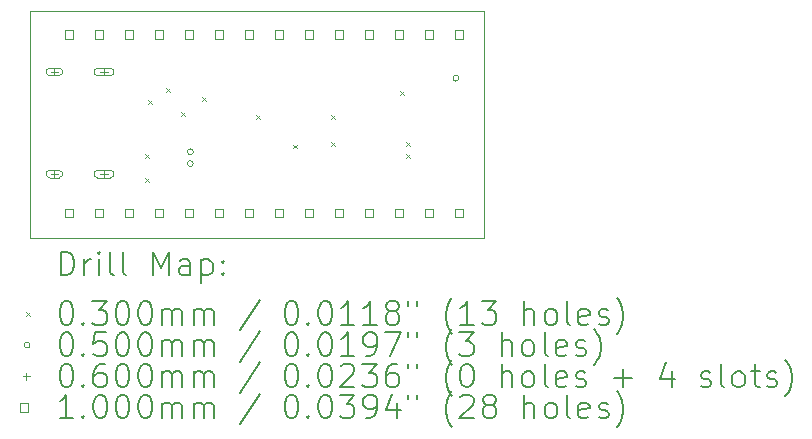
<source format=gbr>
%TF.GenerationSoftware,KiCad,Pcbnew,8.0.8*%
%TF.CreationDate,2025-02-10T14:01:12+00:00*%
%TF.ProjectId,stm32c071devboard,73746d33-3263-4303-9731-646576626f61,rev?*%
%TF.SameCoordinates,Original*%
%TF.FileFunction,Drillmap*%
%TF.FilePolarity,Positive*%
%FSLAX45Y45*%
G04 Gerber Fmt 4.5, Leading zero omitted, Abs format (unit mm)*
G04 Created by KiCad (PCBNEW 8.0.8) date 2025-02-10 14:01:12*
%MOMM*%
%LPD*%
G01*
G04 APERTURE LIST*
%ADD10C,0.050000*%
%ADD11C,0.200000*%
%ADD12C,0.100000*%
G04 APERTURE END LIST*
D10*
X7953900Y-5550000D02*
X11795000Y-5550000D01*
X11795000Y-7475000D01*
X7953900Y-7475000D01*
X7953900Y-5550000D01*
D11*
D12*
X8925800Y-6766800D02*
X8955800Y-6796800D01*
X8955800Y-6766800D02*
X8925800Y-6796800D01*
X8926000Y-6969300D02*
X8956000Y-6999300D01*
X8956000Y-6969300D02*
X8926000Y-6999300D01*
X8951200Y-6309600D02*
X8981200Y-6339600D01*
X8981200Y-6309600D02*
X8951200Y-6339600D01*
X9103600Y-6208000D02*
X9133600Y-6238000D01*
X9133600Y-6208000D02*
X9103600Y-6238000D01*
X9230600Y-6411200D02*
X9260600Y-6441200D01*
X9260600Y-6411200D02*
X9230600Y-6441200D01*
X9408400Y-6284200D02*
X9438400Y-6314200D01*
X9438400Y-6284200D02*
X9408400Y-6314200D01*
X9865600Y-6436600D02*
X9895600Y-6466600D01*
X9895600Y-6436600D02*
X9865600Y-6466600D01*
X10178262Y-6682738D02*
X10208262Y-6712738D01*
X10208262Y-6682738D02*
X10178262Y-6712738D01*
X10500600Y-6436600D02*
X10530600Y-6466600D01*
X10530600Y-6436600D02*
X10500600Y-6466600D01*
X10500600Y-6665200D02*
X10530600Y-6695200D01*
X10530600Y-6665200D02*
X10500600Y-6695200D01*
X11084800Y-6233400D02*
X11114800Y-6263400D01*
X11114800Y-6233400D02*
X11084800Y-6263400D01*
X11135600Y-6665200D02*
X11165600Y-6695200D01*
X11165600Y-6665200D02*
X11135600Y-6695200D01*
X11135600Y-6766800D02*
X11165600Y-6796800D01*
X11165600Y-6766800D02*
X11135600Y-6796800D01*
X9334100Y-6743700D02*
G75*
G02*
X9284100Y-6743700I-25000J0D01*
G01*
X9284100Y-6743700D02*
G75*
G02*
X9334100Y-6743700I25000J0D01*
G01*
X9334100Y-6843700D02*
G75*
G02*
X9284100Y-6843700I-25000J0D01*
G01*
X9284100Y-6843700D02*
G75*
G02*
X9334100Y-6843700I25000J0D01*
G01*
X11582000Y-6121400D02*
G75*
G02*
X11532000Y-6121400I-25000J0D01*
G01*
X11532000Y-6121400D02*
G75*
G02*
X11582000Y-6121400I25000J0D01*
G01*
X8157500Y-6038000D02*
X8157500Y-6098000D01*
X8127500Y-6068000D02*
X8187500Y-6068000D01*
X8197500Y-6038000D02*
X8117500Y-6038000D01*
X8117500Y-6098000D02*
G75*
G02*
X8117500Y-6038000I0J30000D01*
G01*
X8117500Y-6098000D02*
X8197500Y-6098000D01*
X8197500Y-6098000D02*
G75*
G03*
X8197500Y-6038000I0J30000D01*
G01*
X8157500Y-6902000D02*
X8157500Y-6962000D01*
X8127500Y-6932000D02*
X8187500Y-6932000D01*
X8197500Y-6902000D02*
X8117500Y-6902000D01*
X8117500Y-6962000D02*
G75*
G02*
X8117500Y-6902000I0J30000D01*
G01*
X8117500Y-6962000D02*
X8197500Y-6962000D01*
X8197500Y-6962000D02*
G75*
G03*
X8197500Y-6902000I0J30000D01*
G01*
X8577500Y-6038000D02*
X8577500Y-6098000D01*
X8547500Y-6068000D02*
X8607500Y-6068000D01*
X8632500Y-6038000D02*
X8522500Y-6038000D01*
X8522500Y-6098000D02*
G75*
G02*
X8522500Y-6038000I0J30000D01*
G01*
X8522500Y-6098000D02*
X8632500Y-6098000D01*
X8632500Y-6098000D02*
G75*
G03*
X8632500Y-6038000I0J30000D01*
G01*
X8577500Y-6902000D02*
X8577500Y-6962000D01*
X8547500Y-6932000D02*
X8607500Y-6932000D01*
X8632500Y-6902000D02*
X8522500Y-6902000D01*
X8522500Y-6962000D02*
G75*
G02*
X8522500Y-6902000I0J30000D01*
G01*
X8522500Y-6962000D02*
X8632500Y-6962000D01*
X8632500Y-6962000D02*
G75*
G03*
X8632500Y-6902000I0J30000D01*
G01*
X8315756Y-5785356D02*
X8315756Y-5714644D01*
X8245044Y-5714644D01*
X8245044Y-5785356D01*
X8315756Y-5785356D01*
X8315756Y-7299756D02*
X8315756Y-7229044D01*
X8245044Y-7229044D01*
X8245044Y-7299756D01*
X8315756Y-7299756D01*
X8569756Y-5785356D02*
X8569756Y-5714644D01*
X8499044Y-5714644D01*
X8499044Y-5785356D01*
X8569756Y-5785356D01*
X8569756Y-7299756D02*
X8569756Y-7229044D01*
X8499044Y-7229044D01*
X8499044Y-7299756D01*
X8569756Y-7299756D01*
X8823756Y-5785356D02*
X8823756Y-5714644D01*
X8753044Y-5714644D01*
X8753044Y-5785356D01*
X8823756Y-5785356D01*
X8823756Y-7299756D02*
X8823756Y-7229044D01*
X8753044Y-7229044D01*
X8753044Y-7299756D01*
X8823756Y-7299756D01*
X9077756Y-5785356D02*
X9077756Y-5714644D01*
X9007044Y-5714644D01*
X9007044Y-5785356D01*
X9077756Y-5785356D01*
X9077756Y-7299756D02*
X9077756Y-7229044D01*
X9007044Y-7229044D01*
X9007044Y-7299756D01*
X9077756Y-7299756D01*
X9331756Y-5785356D02*
X9331756Y-5714644D01*
X9261044Y-5714644D01*
X9261044Y-5785356D01*
X9331756Y-5785356D01*
X9331756Y-7299756D02*
X9331756Y-7229044D01*
X9261044Y-7229044D01*
X9261044Y-7299756D01*
X9331756Y-7299756D01*
X9585756Y-5785356D02*
X9585756Y-5714644D01*
X9515044Y-5714644D01*
X9515044Y-5785356D01*
X9585756Y-5785356D01*
X9585756Y-7299756D02*
X9585756Y-7229044D01*
X9515044Y-7229044D01*
X9515044Y-7299756D01*
X9585756Y-7299756D01*
X9839756Y-5785356D02*
X9839756Y-5714644D01*
X9769044Y-5714644D01*
X9769044Y-5785356D01*
X9839756Y-5785356D01*
X9839756Y-7299756D02*
X9839756Y-7229044D01*
X9769044Y-7229044D01*
X9769044Y-7299756D01*
X9839756Y-7299756D01*
X10093756Y-5785356D02*
X10093756Y-5714644D01*
X10023044Y-5714644D01*
X10023044Y-5785356D01*
X10093756Y-5785356D01*
X10093756Y-7299756D02*
X10093756Y-7229044D01*
X10023044Y-7229044D01*
X10023044Y-7299756D01*
X10093756Y-7299756D01*
X10347756Y-5785356D02*
X10347756Y-5714644D01*
X10277044Y-5714644D01*
X10277044Y-5785356D01*
X10347756Y-5785356D01*
X10347756Y-7299756D02*
X10347756Y-7229044D01*
X10277044Y-7229044D01*
X10277044Y-7299756D01*
X10347756Y-7299756D01*
X10601756Y-5785356D02*
X10601756Y-5714644D01*
X10531044Y-5714644D01*
X10531044Y-5785356D01*
X10601756Y-5785356D01*
X10601756Y-7299756D02*
X10601756Y-7229044D01*
X10531044Y-7229044D01*
X10531044Y-7299756D01*
X10601756Y-7299756D01*
X10855756Y-5785356D02*
X10855756Y-5714644D01*
X10785044Y-5714644D01*
X10785044Y-5785356D01*
X10855756Y-5785356D01*
X10855756Y-7299756D02*
X10855756Y-7229044D01*
X10785044Y-7229044D01*
X10785044Y-7299756D01*
X10855756Y-7299756D01*
X11109756Y-5785356D02*
X11109756Y-5714644D01*
X11039044Y-5714644D01*
X11039044Y-5785356D01*
X11109756Y-5785356D01*
X11109756Y-7299756D02*
X11109756Y-7229044D01*
X11039044Y-7229044D01*
X11039044Y-7299756D01*
X11109756Y-7299756D01*
X11363756Y-5785356D02*
X11363756Y-5714644D01*
X11293044Y-5714644D01*
X11293044Y-5785356D01*
X11363756Y-5785356D01*
X11363756Y-7299756D02*
X11363756Y-7229044D01*
X11293044Y-7229044D01*
X11293044Y-7299756D01*
X11363756Y-7299756D01*
X11617756Y-5785356D02*
X11617756Y-5714644D01*
X11547044Y-5714644D01*
X11547044Y-5785356D01*
X11617756Y-5785356D01*
X11617756Y-7299756D02*
X11617756Y-7229044D01*
X11547044Y-7229044D01*
X11547044Y-7299756D01*
X11617756Y-7299756D01*
D11*
X8212177Y-7788984D02*
X8212177Y-7588984D01*
X8212177Y-7588984D02*
X8259796Y-7588984D01*
X8259796Y-7588984D02*
X8288367Y-7598508D01*
X8288367Y-7598508D02*
X8307415Y-7617555D01*
X8307415Y-7617555D02*
X8316939Y-7636603D01*
X8316939Y-7636603D02*
X8326462Y-7674698D01*
X8326462Y-7674698D02*
X8326462Y-7703269D01*
X8326462Y-7703269D02*
X8316939Y-7741365D01*
X8316939Y-7741365D02*
X8307415Y-7760412D01*
X8307415Y-7760412D02*
X8288367Y-7779460D01*
X8288367Y-7779460D02*
X8259796Y-7788984D01*
X8259796Y-7788984D02*
X8212177Y-7788984D01*
X8412177Y-7788984D02*
X8412177Y-7655650D01*
X8412177Y-7693746D02*
X8421701Y-7674698D01*
X8421701Y-7674698D02*
X8431224Y-7665174D01*
X8431224Y-7665174D02*
X8450272Y-7655650D01*
X8450272Y-7655650D02*
X8469320Y-7655650D01*
X8535986Y-7788984D02*
X8535986Y-7655650D01*
X8535986Y-7588984D02*
X8526463Y-7598508D01*
X8526463Y-7598508D02*
X8535986Y-7608031D01*
X8535986Y-7608031D02*
X8545510Y-7598508D01*
X8545510Y-7598508D02*
X8535986Y-7588984D01*
X8535986Y-7588984D02*
X8535986Y-7608031D01*
X8659796Y-7788984D02*
X8640748Y-7779460D01*
X8640748Y-7779460D02*
X8631224Y-7760412D01*
X8631224Y-7760412D02*
X8631224Y-7588984D01*
X8764558Y-7788984D02*
X8745510Y-7779460D01*
X8745510Y-7779460D02*
X8735986Y-7760412D01*
X8735986Y-7760412D02*
X8735986Y-7588984D01*
X8993129Y-7788984D02*
X8993129Y-7588984D01*
X8993129Y-7588984D02*
X9059796Y-7731841D01*
X9059796Y-7731841D02*
X9126463Y-7588984D01*
X9126463Y-7588984D02*
X9126463Y-7788984D01*
X9307415Y-7788984D02*
X9307415Y-7684222D01*
X9307415Y-7684222D02*
X9297891Y-7665174D01*
X9297891Y-7665174D02*
X9278844Y-7655650D01*
X9278844Y-7655650D02*
X9240748Y-7655650D01*
X9240748Y-7655650D02*
X9221701Y-7665174D01*
X9307415Y-7779460D02*
X9288367Y-7788984D01*
X9288367Y-7788984D02*
X9240748Y-7788984D01*
X9240748Y-7788984D02*
X9221701Y-7779460D01*
X9221701Y-7779460D02*
X9212177Y-7760412D01*
X9212177Y-7760412D02*
X9212177Y-7741365D01*
X9212177Y-7741365D02*
X9221701Y-7722317D01*
X9221701Y-7722317D02*
X9240748Y-7712793D01*
X9240748Y-7712793D02*
X9288367Y-7712793D01*
X9288367Y-7712793D02*
X9307415Y-7703269D01*
X9402653Y-7655650D02*
X9402653Y-7855650D01*
X9402653Y-7665174D02*
X9421701Y-7655650D01*
X9421701Y-7655650D02*
X9459796Y-7655650D01*
X9459796Y-7655650D02*
X9478844Y-7665174D01*
X9478844Y-7665174D02*
X9488367Y-7674698D01*
X9488367Y-7674698D02*
X9497891Y-7693746D01*
X9497891Y-7693746D02*
X9497891Y-7750888D01*
X9497891Y-7750888D02*
X9488367Y-7769936D01*
X9488367Y-7769936D02*
X9478844Y-7779460D01*
X9478844Y-7779460D02*
X9459796Y-7788984D01*
X9459796Y-7788984D02*
X9421701Y-7788984D01*
X9421701Y-7788984D02*
X9402653Y-7779460D01*
X9583605Y-7769936D02*
X9593129Y-7779460D01*
X9593129Y-7779460D02*
X9583605Y-7788984D01*
X9583605Y-7788984D02*
X9574082Y-7779460D01*
X9574082Y-7779460D02*
X9583605Y-7769936D01*
X9583605Y-7769936D02*
X9583605Y-7788984D01*
X9583605Y-7665174D02*
X9593129Y-7674698D01*
X9593129Y-7674698D02*
X9583605Y-7684222D01*
X9583605Y-7684222D02*
X9574082Y-7674698D01*
X9574082Y-7674698D02*
X9583605Y-7665174D01*
X9583605Y-7665174D02*
X9583605Y-7684222D01*
D12*
X7921400Y-8102500D02*
X7951400Y-8132500D01*
X7951400Y-8102500D02*
X7921400Y-8132500D01*
D11*
X8250272Y-8008984D02*
X8269320Y-8008984D01*
X8269320Y-8008984D02*
X8288367Y-8018508D01*
X8288367Y-8018508D02*
X8297891Y-8028031D01*
X8297891Y-8028031D02*
X8307415Y-8047079D01*
X8307415Y-8047079D02*
X8316939Y-8085174D01*
X8316939Y-8085174D02*
X8316939Y-8132793D01*
X8316939Y-8132793D02*
X8307415Y-8170888D01*
X8307415Y-8170888D02*
X8297891Y-8189936D01*
X8297891Y-8189936D02*
X8288367Y-8199460D01*
X8288367Y-8199460D02*
X8269320Y-8208984D01*
X8269320Y-8208984D02*
X8250272Y-8208984D01*
X8250272Y-8208984D02*
X8231224Y-8199460D01*
X8231224Y-8199460D02*
X8221701Y-8189936D01*
X8221701Y-8189936D02*
X8212177Y-8170888D01*
X8212177Y-8170888D02*
X8202653Y-8132793D01*
X8202653Y-8132793D02*
X8202653Y-8085174D01*
X8202653Y-8085174D02*
X8212177Y-8047079D01*
X8212177Y-8047079D02*
X8221701Y-8028031D01*
X8221701Y-8028031D02*
X8231224Y-8018508D01*
X8231224Y-8018508D02*
X8250272Y-8008984D01*
X8402653Y-8189936D02*
X8412177Y-8199460D01*
X8412177Y-8199460D02*
X8402653Y-8208984D01*
X8402653Y-8208984D02*
X8393129Y-8199460D01*
X8393129Y-8199460D02*
X8402653Y-8189936D01*
X8402653Y-8189936D02*
X8402653Y-8208984D01*
X8478844Y-8008984D02*
X8602653Y-8008984D01*
X8602653Y-8008984D02*
X8535986Y-8085174D01*
X8535986Y-8085174D02*
X8564558Y-8085174D01*
X8564558Y-8085174D02*
X8583605Y-8094698D01*
X8583605Y-8094698D02*
X8593129Y-8104222D01*
X8593129Y-8104222D02*
X8602653Y-8123269D01*
X8602653Y-8123269D02*
X8602653Y-8170888D01*
X8602653Y-8170888D02*
X8593129Y-8189936D01*
X8593129Y-8189936D02*
X8583605Y-8199460D01*
X8583605Y-8199460D02*
X8564558Y-8208984D01*
X8564558Y-8208984D02*
X8507415Y-8208984D01*
X8507415Y-8208984D02*
X8488367Y-8199460D01*
X8488367Y-8199460D02*
X8478844Y-8189936D01*
X8726463Y-8008984D02*
X8745510Y-8008984D01*
X8745510Y-8008984D02*
X8764558Y-8018508D01*
X8764558Y-8018508D02*
X8774082Y-8028031D01*
X8774082Y-8028031D02*
X8783605Y-8047079D01*
X8783605Y-8047079D02*
X8793129Y-8085174D01*
X8793129Y-8085174D02*
X8793129Y-8132793D01*
X8793129Y-8132793D02*
X8783605Y-8170888D01*
X8783605Y-8170888D02*
X8774082Y-8189936D01*
X8774082Y-8189936D02*
X8764558Y-8199460D01*
X8764558Y-8199460D02*
X8745510Y-8208984D01*
X8745510Y-8208984D02*
X8726463Y-8208984D01*
X8726463Y-8208984D02*
X8707415Y-8199460D01*
X8707415Y-8199460D02*
X8697891Y-8189936D01*
X8697891Y-8189936D02*
X8688367Y-8170888D01*
X8688367Y-8170888D02*
X8678844Y-8132793D01*
X8678844Y-8132793D02*
X8678844Y-8085174D01*
X8678844Y-8085174D02*
X8688367Y-8047079D01*
X8688367Y-8047079D02*
X8697891Y-8028031D01*
X8697891Y-8028031D02*
X8707415Y-8018508D01*
X8707415Y-8018508D02*
X8726463Y-8008984D01*
X8916939Y-8008984D02*
X8935986Y-8008984D01*
X8935986Y-8008984D02*
X8955034Y-8018508D01*
X8955034Y-8018508D02*
X8964558Y-8028031D01*
X8964558Y-8028031D02*
X8974082Y-8047079D01*
X8974082Y-8047079D02*
X8983605Y-8085174D01*
X8983605Y-8085174D02*
X8983605Y-8132793D01*
X8983605Y-8132793D02*
X8974082Y-8170888D01*
X8974082Y-8170888D02*
X8964558Y-8189936D01*
X8964558Y-8189936D02*
X8955034Y-8199460D01*
X8955034Y-8199460D02*
X8935986Y-8208984D01*
X8935986Y-8208984D02*
X8916939Y-8208984D01*
X8916939Y-8208984D02*
X8897891Y-8199460D01*
X8897891Y-8199460D02*
X8888367Y-8189936D01*
X8888367Y-8189936D02*
X8878844Y-8170888D01*
X8878844Y-8170888D02*
X8869320Y-8132793D01*
X8869320Y-8132793D02*
X8869320Y-8085174D01*
X8869320Y-8085174D02*
X8878844Y-8047079D01*
X8878844Y-8047079D02*
X8888367Y-8028031D01*
X8888367Y-8028031D02*
X8897891Y-8018508D01*
X8897891Y-8018508D02*
X8916939Y-8008984D01*
X9069320Y-8208984D02*
X9069320Y-8075650D01*
X9069320Y-8094698D02*
X9078844Y-8085174D01*
X9078844Y-8085174D02*
X9097891Y-8075650D01*
X9097891Y-8075650D02*
X9126463Y-8075650D01*
X9126463Y-8075650D02*
X9145510Y-8085174D01*
X9145510Y-8085174D02*
X9155034Y-8104222D01*
X9155034Y-8104222D02*
X9155034Y-8208984D01*
X9155034Y-8104222D02*
X9164558Y-8085174D01*
X9164558Y-8085174D02*
X9183605Y-8075650D01*
X9183605Y-8075650D02*
X9212177Y-8075650D01*
X9212177Y-8075650D02*
X9231225Y-8085174D01*
X9231225Y-8085174D02*
X9240748Y-8104222D01*
X9240748Y-8104222D02*
X9240748Y-8208984D01*
X9335986Y-8208984D02*
X9335986Y-8075650D01*
X9335986Y-8094698D02*
X9345510Y-8085174D01*
X9345510Y-8085174D02*
X9364558Y-8075650D01*
X9364558Y-8075650D02*
X9393129Y-8075650D01*
X9393129Y-8075650D02*
X9412177Y-8085174D01*
X9412177Y-8085174D02*
X9421701Y-8104222D01*
X9421701Y-8104222D02*
X9421701Y-8208984D01*
X9421701Y-8104222D02*
X9431225Y-8085174D01*
X9431225Y-8085174D02*
X9450272Y-8075650D01*
X9450272Y-8075650D02*
X9478844Y-8075650D01*
X9478844Y-8075650D02*
X9497891Y-8085174D01*
X9497891Y-8085174D02*
X9507415Y-8104222D01*
X9507415Y-8104222D02*
X9507415Y-8208984D01*
X9897891Y-7999460D02*
X9726463Y-8256603D01*
X10155034Y-8008984D02*
X10174082Y-8008984D01*
X10174082Y-8008984D02*
X10193129Y-8018508D01*
X10193129Y-8018508D02*
X10202653Y-8028031D01*
X10202653Y-8028031D02*
X10212177Y-8047079D01*
X10212177Y-8047079D02*
X10221701Y-8085174D01*
X10221701Y-8085174D02*
X10221701Y-8132793D01*
X10221701Y-8132793D02*
X10212177Y-8170888D01*
X10212177Y-8170888D02*
X10202653Y-8189936D01*
X10202653Y-8189936D02*
X10193129Y-8199460D01*
X10193129Y-8199460D02*
X10174082Y-8208984D01*
X10174082Y-8208984D02*
X10155034Y-8208984D01*
X10155034Y-8208984D02*
X10135987Y-8199460D01*
X10135987Y-8199460D02*
X10126463Y-8189936D01*
X10126463Y-8189936D02*
X10116939Y-8170888D01*
X10116939Y-8170888D02*
X10107415Y-8132793D01*
X10107415Y-8132793D02*
X10107415Y-8085174D01*
X10107415Y-8085174D02*
X10116939Y-8047079D01*
X10116939Y-8047079D02*
X10126463Y-8028031D01*
X10126463Y-8028031D02*
X10135987Y-8018508D01*
X10135987Y-8018508D02*
X10155034Y-8008984D01*
X10307415Y-8189936D02*
X10316939Y-8199460D01*
X10316939Y-8199460D02*
X10307415Y-8208984D01*
X10307415Y-8208984D02*
X10297891Y-8199460D01*
X10297891Y-8199460D02*
X10307415Y-8189936D01*
X10307415Y-8189936D02*
X10307415Y-8208984D01*
X10440748Y-8008984D02*
X10459796Y-8008984D01*
X10459796Y-8008984D02*
X10478844Y-8018508D01*
X10478844Y-8018508D02*
X10488368Y-8028031D01*
X10488368Y-8028031D02*
X10497891Y-8047079D01*
X10497891Y-8047079D02*
X10507415Y-8085174D01*
X10507415Y-8085174D02*
X10507415Y-8132793D01*
X10507415Y-8132793D02*
X10497891Y-8170888D01*
X10497891Y-8170888D02*
X10488368Y-8189936D01*
X10488368Y-8189936D02*
X10478844Y-8199460D01*
X10478844Y-8199460D02*
X10459796Y-8208984D01*
X10459796Y-8208984D02*
X10440748Y-8208984D01*
X10440748Y-8208984D02*
X10421701Y-8199460D01*
X10421701Y-8199460D02*
X10412177Y-8189936D01*
X10412177Y-8189936D02*
X10402653Y-8170888D01*
X10402653Y-8170888D02*
X10393129Y-8132793D01*
X10393129Y-8132793D02*
X10393129Y-8085174D01*
X10393129Y-8085174D02*
X10402653Y-8047079D01*
X10402653Y-8047079D02*
X10412177Y-8028031D01*
X10412177Y-8028031D02*
X10421701Y-8018508D01*
X10421701Y-8018508D02*
X10440748Y-8008984D01*
X10697891Y-8208984D02*
X10583606Y-8208984D01*
X10640748Y-8208984D02*
X10640748Y-8008984D01*
X10640748Y-8008984D02*
X10621701Y-8037555D01*
X10621701Y-8037555D02*
X10602653Y-8056603D01*
X10602653Y-8056603D02*
X10583606Y-8066127D01*
X10888368Y-8208984D02*
X10774082Y-8208984D01*
X10831225Y-8208984D02*
X10831225Y-8008984D01*
X10831225Y-8008984D02*
X10812177Y-8037555D01*
X10812177Y-8037555D02*
X10793129Y-8056603D01*
X10793129Y-8056603D02*
X10774082Y-8066127D01*
X11002653Y-8094698D02*
X10983606Y-8085174D01*
X10983606Y-8085174D02*
X10974082Y-8075650D01*
X10974082Y-8075650D02*
X10964558Y-8056603D01*
X10964558Y-8056603D02*
X10964558Y-8047079D01*
X10964558Y-8047079D02*
X10974082Y-8028031D01*
X10974082Y-8028031D02*
X10983606Y-8018508D01*
X10983606Y-8018508D02*
X11002653Y-8008984D01*
X11002653Y-8008984D02*
X11040749Y-8008984D01*
X11040749Y-8008984D02*
X11059796Y-8018508D01*
X11059796Y-8018508D02*
X11069320Y-8028031D01*
X11069320Y-8028031D02*
X11078844Y-8047079D01*
X11078844Y-8047079D02*
X11078844Y-8056603D01*
X11078844Y-8056603D02*
X11069320Y-8075650D01*
X11069320Y-8075650D02*
X11059796Y-8085174D01*
X11059796Y-8085174D02*
X11040749Y-8094698D01*
X11040749Y-8094698D02*
X11002653Y-8094698D01*
X11002653Y-8094698D02*
X10983606Y-8104222D01*
X10983606Y-8104222D02*
X10974082Y-8113746D01*
X10974082Y-8113746D02*
X10964558Y-8132793D01*
X10964558Y-8132793D02*
X10964558Y-8170888D01*
X10964558Y-8170888D02*
X10974082Y-8189936D01*
X10974082Y-8189936D02*
X10983606Y-8199460D01*
X10983606Y-8199460D02*
X11002653Y-8208984D01*
X11002653Y-8208984D02*
X11040749Y-8208984D01*
X11040749Y-8208984D02*
X11059796Y-8199460D01*
X11059796Y-8199460D02*
X11069320Y-8189936D01*
X11069320Y-8189936D02*
X11078844Y-8170888D01*
X11078844Y-8170888D02*
X11078844Y-8132793D01*
X11078844Y-8132793D02*
X11069320Y-8113746D01*
X11069320Y-8113746D02*
X11059796Y-8104222D01*
X11059796Y-8104222D02*
X11040749Y-8094698D01*
X11155034Y-8008984D02*
X11155034Y-8047079D01*
X11231225Y-8008984D02*
X11231225Y-8047079D01*
X11526463Y-8285174D02*
X11516939Y-8275650D01*
X11516939Y-8275650D02*
X11497891Y-8247079D01*
X11497891Y-8247079D02*
X11488368Y-8228031D01*
X11488368Y-8228031D02*
X11478844Y-8199460D01*
X11478844Y-8199460D02*
X11469320Y-8151841D01*
X11469320Y-8151841D02*
X11469320Y-8113746D01*
X11469320Y-8113746D02*
X11478844Y-8066127D01*
X11478844Y-8066127D02*
X11488368Y-8037555D01*
X11488368Y-8037555D02*
X11497891Y-8018508D01*
X11497891Y-8018508D02*
X11516939Y-7989936D01*
X11516939Y-7989936D02*
X11526463Y-7980412D01*
X11707415Y-8208984D02*
X11593129Y-8208984D01*
X11650272Y-8208984D02*
X11650272Y-8008984D01*
X11650272Y-8008984D02*
X11631225Y-8037555D01*
X11631225Y-8037555D02*
X11612177Y-8056603D01*
X11612177Y-8056603D02*
X11593129Y-8066127D01*
X11774082Y-8008984D02*
X11897891Y-8008984D01*
X11897891Y-8008984D02*
X11831225Y-8085174D01*
X11831225Y-8085174D02*
X11859796Y-8085174D01*
X11859796Y-8085174D02*
X11878844Y-8094698D01*
X11878844Y-8094698D02*
X11888368Y-8104222D01*
X11888368Y-8104222D02*
X11897891Y-8123269D01*
X11897891Y-8123269D02*
X11897891Y-8170888D01*
X11897891Y-8170888D02*
X11888368Y-8189936D01*
X11888368Y-8189936D02*
X11878844Y-8199460D01*
X11878844Y-8199460D02*
X11859796Y-8208984D01*
X11859796Y-8208984D02*
X11802653Y-8208984D01*
X11802653Y-8208984D02*
X11783606Y-8199460D01*
X11783606Y-8199460D02*
X11774082Y-8189936D01*
X12135987Y-8208984D02*
X12135987Y-8008984D01*
X12221701Y-8208984D02*
X12221701Y-8104222D01*
X12221701Y-8104222D02*
X12212177Y-8085174D01*
X12212177Y-8085174D02*
X12193130Y-8075650D01*
X12193130Y-8075650D02*
X12164558Y-8075650D01*
X12164558Y-8075650D02*
X12145510Y-8085174D01*
X12145510Y-8085174D02*
X12135987Y-8094698D01*
X12345510Y-8208984D02*
X12326463Y-8199460D01*
X12326463Y-8199460D02*
X12316939Y-8189936D01*
X12316939Y-8189936D02*
X12307415Y-8170888D01*
X12307415Y-8170888D02*
X12307415Y-8113746D01*
X12307415Y-8113746D02*
X12316939Y-8094698D01*
X12316939Y-8094698D02*
X12326463Y-8085174D01*
X12326463Y-8085174D02*
X12345510Y-8075650D01*
X12345510Y-8075650D02*
X12374082Y-8075650D01*
X12374082Y-8075650D02*
X12393130Y-8085174D01*
X12393130Y-8085174D02*
X12402653Y-8094698D01*
X12402653Y-8094698D02*
X12412177Y-8113746D01*
X12412177Y-8113746D02*
X12412177Y-8170888D01*
X12412177Y-8170888D02*
X12402653Y-8189936D01*
X12402653Y-8189936D02*
X12393130Y-8199460D01*
X12393130Y-8199460D02*
X12374082Y-8208984D01*
X12374082Y-8208984D02*
X12345510Y-8208984D01*
X12526463Y-8208984D02*
X12507415Y-8199460D01*
X12507415Y-8199460D02*
X12497891Y-8180412D01*
X12497891Y-8180412D02*
X12497891Y-8008984D01*
X12678844Y-8199460D02*
X12659796Y-8208984D01*
X12659796Y-8208984D02*
X12621701Y-8208984D01*
X12621701Y-8208984D02*
X12602653Y-8199460D01*
X12602653Y-8199460D02*
X12593130Y-8180412D01*
X12593130Y-8180412D02*
X12593130Y-8104222D01*
X12593130Y-8104222D02*
X12602653Y-8085174D01*
X12602653Y-8085174D02*
X12621701Y-8075650D01*
X12621701Y-8075650D02*
X12659796Y-8075650D01*
X12659796Y-8075650D02*
X12678844Y-8085174D01*
X12678844Y-8085174D02*
X12688368Y-8104222D01*
X12688368Y-8104222D02*
X12688368Y-8123269D01*
X12688368Y-8123269D02*
X12593130Y-8142317D01*
X12764558Y-8199460D02*
X12783606Y-8208984D01*
X12783606Y-8208984D02*
X12821701Y-8208984D01*
X12821701Y-8208984D02*
X12840749Y-8199460D01*
X12840749Y-8199460D02*
X12850272Y-8180412D01*
X12850272Y-8180412D02*
X12850272Y-8170888D01*
X12850272Y-8170888D02*
X12840749Y-8151841D01*
X12840749Y-8151841D02*
X12821701Y-8142317D01*
X12821701Y-8142317D02*
X12793130Y-8142317D01*
X12793130Y-8142317D02*
X12774082Y-8132793D01*
X12774082Y-8132793D02*
X12764558Y-8113746D01*
X12764558Y-8113746D02*
X12764558Y-8104222D01*
X12764558Y-8104222D02*
X12774082Y-8085174D01*
X12774082Y-8085174D02*
X12793130Y-8075650D01*
X12793130Y-8075650D02*
X12821701Y-8075650D01*
X12821701Y-8075650D02*
X12840749Y-8085174D01*
X12916939Y-8285174D02*
X12926463Y-8275650D01*
X12926463Y-8275650D02*
X12945511Y-8247079D01*
X12945511Y-8247079D02*
X12955034Y-8228031D01*
X12955034Y-8228031D02*
X12964558Y-8199460D01*
X12964558Y-8199460D02*
X12974082Y-8151841D01*
X12974082Y-8151841D02*
X12974082Y-8113746D01*
X12974082Y-8113746D02*
X12964558Y-8066127D01*
X12964558Y-8066127D02*
X12955034Y-8037555D01*
X12955034Y-8037555D02*
X12945511Y-8018508D01*
X12945511Y-8018508D02*
X12926463Y-7989936D01*
X12926463Y-7989936D02*
X12916939Y-7980412D01*
D12*
X7951400Y-8381500D02*
G75*
G02*
X7901400Y-8381500I-25000J0D01*
G01*
X7901400Y-8381500D02*
G75*
G02*
X7951400Y-8381500I25000J0D01*
G01*
D11*
X8250272Y-8272984D02*
X8269320Y-8272984D01*
X8269320Y-8272984D02*
X8288367Y-8282508D01*
X8288367Y-8282508D02*
X8297891Y-8292031D01*
X8297891Y-8292031D02*
X8307415Y-8311079D01*
X8307415Y-8311079D02*
X8316939Y-8349174D01*
X8316939Y-8349174D02*
X8316939Y-8396793D01*
X8316939Y-8396793D02*
X8307415Y-8434889D01*
X8307415Y-8434889D02*
X8297891Y-8453936D01*
X8297891Y-8453936D02*
X8288367Y-8463460D01*
X8288367Y-8463460D02*
X8269320Y-8472984D01*
X8269320Y-8472984D02*
X8250272Y-8472984D01*
X8250272Y-8472984D02*
X8231224Y-8463460D01*
X8231224Y-8463460D02*
X8221701Y-8453936D01*
X8221701Y-8453936D02*
X8212177Y-8434889D01*
X8212177Y-8434889D02*
X8202653Y-8396793D01*
X8202653Y-8396793D02*
X8202653Y-8349174D01*
X8202653Y-8349174D02*
X8212177Y-8311079D01*
X8212177Y-8311079D02*
X8221701Y-8292031D01*
X8221701Y-8292031D02*
X8231224Y-8282508D01*
X8231224Y-8282508D02*
X8250272Y-8272984D01*
X8402653Y-8453936D02*
X8412177Y-8463460D01*
X8412177Y-8463460D02*
X8402653Y-8472984D01*
X8402653Y-8472984D02*
X8393129Y-8463460D01*
X8393129Y-8463460D02*
X8402653Y-8453936D01*
X8402653Y-8453936D02*
X8402653Y-8472984D01*
X8593129Y-8272984D02*
X8497891Y-8272984D01*
X8497891Y-8272984D02*
X8488367Y-8368222D01*
X8488367Y-8368222D02*
X8497891Y-8358698D01*
X8497891Y-8358698D02*
X8516939Y-8349174D01*
X8516939Y-8349174D02*
X8564558Y-8349174D01*
X8564558Y-8349174D02*
X8583605Y-8358698D01*
X8583605Y-8358698D02*
X8593129Y-8368222D01*
X8593129Y-8368222D02*
X8602653Y-8387269D01*
X8602653Y-8387269D02*
X8602653Y-8434889D01*
X8602653Y-8434889D02*
X8593129Y-8453936D01*
X8593129Y-8453936D02*
X8583605Y-8463460D01*
X8583605Y-8463460D02*
X8564558Y-8472984D01*
X8564558Y-8472984D02*
X8516939Y-8472984D01*
X8516939Y-8472984D02*
X8497891Y-8463460D01*
X8497891Y-8463460D02*
X8488367Y-8453936D01*
X8726463Y-8272984D02*
X8745510Y-8272984D01*
X8745510Y-8272984D02*
X8764558Y-8282508D01*
X8764558Y-8282508D02*
X8774082Y-8292031D01*
X8774082Y-8292031D02*
X8783605Y-8311079D01*
X8783605Y-8311079D02*
X8793129Y-8349174D01*
X8793129Y-8349174D02*
X8793129Y-8396793D01*
X8793129Y-8396793D02*
X8783605Y-8434889D01*
X8783605Y-8434889D02*
X8774082Y-8453936D01*
X8774082Y-8453936D02*
X8764558Y-8463460D01*
X8764558Y-8463460D02*
X8745510Y-8472984D01*
X8745510Y-8472984D02*
X8726463Y-8472984D01*
X8726463Y-8472984D02*
X8707415Y-8463460D01*
X8707415Y-8463460D02*
X8697891Y-8453936D01*
X8697891Y-8453936D02*
X8688367Y-8434889D01*
X8688367Y-8434889D02*
X8678844Y-8396793D01*
X8678844Y-8396793D02*
X8678844Y-8349174D01*
X8678844Y-8349174D02*
X8688367Y-8311079D01*
X8688367Y-8311079D02*
X8697891Y-8292031D01*
X8697891Y-8292031D02*
X8707415Y-8282508D01*
X8707415Y-8282508D02*
X8726463Y-8272984D01*
X8916939Y-8272984D02*
X8935986Y-8272984D01*
X8935986Y-8272984D02*
X8955034Y-8282508D01*
X8955034Y-8282508D02*
X8964558Y-8292031D01*
X8964558Y-8292031D02*
X8974082Y-8311079D01*
X8974082Y-8311079D02*
X8983605Y-8349174D01*
X8983605Y-8349174D02*
X8983605Y-8396793D01*
X8983605Y-8396793D02*
X8974082Y-8434889D01*
X8974082Y-8434889D02*
X8964558Y-8453936D01*
X8964558Y-8453936D02*
X8955034Y-8463460D01*
X8955034Y-8463460D02*
X8935986Y-8472984D01*
X8935986Y-8472984D02*
X8916939Y-8472984D01*
X8916939Y-8472984D02*
X8897891Y-8463460D01*
X8897891Y-8463460D02*
X8888367Y-8453936D01*
X8888367Y-8453936D02*
X8878844Y-8434889D01*
X8878844Y-8434889D02*
X8869320Y-8396793D01*
X8869320Y-8396793D02*
X8869320Y-8349174D01*
X8869320Y-8349174D02*
X8878844Y-8311079D01*
X8878844Y-8311079D02*
X8888367Y-8292031D01*
X8888367Y-8292031D02*
X8897891Y-8282508D01*
X8897891Y-8282508D02*
X8916939Y-8272984D01*
X9069320Y-8472984D02*
X9069320Y-8339650D01*
X9069320Y-8358698D02*
X9078844Y-8349174D01*
X9078844Y-8349174D02*
X9097891Y-8339650D01*
X9097891Y-8339650D02*
X9126463Y-8339650D01*
X9126463Y-8339650D02*
X9145510Y-8349174D01*
X9145510Y-8349174D02*
X9155034Y-8368222D01*
X9155034Y-8368222D02*
X9155034Y-8472984D01*
X9155034Y-8368222D02*
X9164558Y-8349174D01*
X9164558Y-8349174D02*
X9183605Y-8339650D01*
X9183605Y-8339650D02*
X9212177Y-8339650D01*
X9212177Y-8339650D02*
X9231225Y-8349174D01*
X9231225Y-8349174D02*
X9240748Y-8368222D01*
X9240748Y-8368222D02*
X9240748Y-8472984D01*
X9335986Y-8472984D02*
X9335986Y-8339650D01*
X9335986Y-8358698D02*
X9345510Y-8349174D01*
X9345510Y-8349174D02*
X9364558Y-8339650D01*
X9364558Y-8339650D02*
X9393129Y-8339650D01*
X9393129Y-8339650D02*
X9412177Y-8349174D01*
X9412177Y-8349174D02*
X9421701Y-8368222D01*
X9421701Y-8368222D02*
X9421701Y-8472984D01*
X9421701Y-8368222D02*
X9431225Y-8349174D01*
X9431225Y-8349174D02*
X9450272Y-8339650D01*
X9450272Y-8339650D02*
X9478844Y-8339650D01*
X9478844Y-8339650D02*
X9497891Y-8349174D01*
X9497891Y-8349174D02*
X9507415Y-8368222D01*
X9507415Y-8368222D02*
X9507415Y-8472984D01*
X9897891Y-8263460D02*
X9726463Y-8520603D01*
X10155034Y-8272984D02*
X10174082Y-8272984D01*
X10174082Y-8272984D02*
X10193129Y-8282508D01*
X10193129Y-8282508D02*
X10202653Y-8292031D01*
X10202653Y-8292031D02*
X10212177Y-8311079D01*
X10212177Y-8311079D02*
X10221701Y-8349174D01*
X10221701Y-8349174D02*
X10221701Y-8396793D01*
X10221701Y-8396793D02*
X10212177Y-8434889D01*
X10212177Y-8434889D02*
X10202653Y-8453936D01*
X10202653Y-8453936D02*
X10193129Y-8463460D01*
X10193129Y-8463460D02*
X10174082Y-8472984D01*
X10174082Y-8472984D02*
X10155034Y-8472984D01*
X10155034Y-8472984D02*
X10135987Y-8463460D01*
X10135987Y-8463460D02*
X10126463Y-8453936D01*
X10126463Y-8453936D02*
X10116939Y-8434889D01*
X10116939Y-8434889D02*
X10107415Y-8396793D01*
X10107415Y-8396793D02*
X10107415Y-8349174D01*
X10107415Y-8349174D02*
X10116939Y-8311079D01*
X10116939Y-8311079D02*
X10126463Y-8292031D01*
X10126463Y-8292031D02*
X10135987Y-8282508D01*
X10135987Y-8282508D02*
X10155034Y-8272984D01*
X10307415Y-8453936D02*
X10316939Y-8463460D01*
X10316939Y-8463460D02*
X10307415Y-8472984D01*
X10307415Y-8472984D02*
X10297891Y-8463460D01*
X10297891Y-8463460D02*
X10307415Y-8453936D01*
X10307415Y-8453936D02*
X10307415Y-8472984D01*
X10440748Y-8272984D02*
X10459796Y-8272984D01*
X10459796Y-8272984D02*
X10478844Y-8282508D01*
X10478844Y-8282508D02*
X10488368Y-8292031D01*
X10488368Y-8292031D02*
X10497891Y-8311079D01*
X10497891Y-8311079D02*
X10507415Y-8349174D01*
X10507415Y-8349174D02*
X10507415Y-8396793D01*
X10507415Y-8396793D02*
X10497891Y-8434889D01*
X10497891Y-8434889D02*
X10488368Y-8453936D01*
X10488368Y-8453936D02*
X10478844Y-8463460D01*
X10478844Y-8463460D02*
X10459796Y-8472984D01*
X10459796Y-8472984D02*
X10440748Y-8472984D01*
X10440748Y-8472984D02*
X10421701Y-8463460D01*
X10421701Y-8463460D02*
X10412177Y-8453936D01*
X10412177Y-8453936D02*
X10402653Y-8434889D01*
X10402653Y-8434889D02*
X10393129Y-8396793D01*
X10393129Y-8396793D02*
X10393129Y-8349174D01*
X10393129Y-8349174D02*
X10402653Y-8311079D01*
X10402653Y-8311079D02*
X10412177Y-8292031D01*
X10412177Y-8292031D02*
X10421701Y-8282508D01*
X10421701Y-8282508D02*
X10440748Y-8272984D01*
X10697891Y-8472984D02*
X10583606Y-8472984D01*
X10640748Y-8472984D02*
X10640748Y-8272984D01*
X10640748Y-8272984D02*
X10621701Y-8301555D01*
X10621701Y-8301555D02*
X10602653Y-8320603D01*
X10602653Y-8320603D02*
X10583606Y-8330127D01*
X10793129Y-8472984D02*
X10831225Y-8472984D01*
X10831225Y-8472984D02*
X10850272Y-8463460D01*
X10850272Y-8463460D02*
X10859796Y-8453936D01*
X10859796Y-8453936D02*
X10878844Y-8425365D01*
X10878844Y-8425365D02*
X10888368Y-8387269D01*
X10888368Y-8387269D02*
X10888368Y-8311079D01*
X10888368Y-8311079D02*
X10878844Y-8292031D01*
X10878844Y-8292031D02*
X10869320Y-8282508D01*
X10869320Y-8282508D02*
X10850272Y-8272984D01*
X10850272Y-8272984D02*
X10812177Y-8272984D01*
X10812177Y-8272984D02*
X10793129Y-8282508D01*
X10793129Y-8282508D02*
X10783606Y-8292031D01*
X10783606Y-8292031D02*
X10774082Y-8311079D01*
X10774082Y-8311079D02*
X10774082Y-8358698D01*
X10774082Y-8358698D02*
X10783606Y-8377746D01*
X10783606Y-8377746D02*
X10793129Y-8387269D01*
X10793129Y-8387269D02*
X10812177Y-8396793D01*
X10812177Y-8396793D02*
X10850272Y-8396793D01*
X10850272Y-8396793D02*
X10869320Y-8387269D01*
X10869320Y-8387269D02*
X10878844Y-8377746D01*
X10878844Y-8377746D02*
X10888368Y-8358698D01*
X10955034Y-8272984D02*
X11088368Y-8272984D01*
X11088368Y-8272984D02*
X11002653Y-8472984D01*
X11155034Y-8272984D02*
X11155034Y-8311079D01*
X11231225Y-8272984D02*
X11231225Y-8311079D01*
X11526463Y-8549174D02*
X11516939Y-8539650D01*
X11516939Y-8539650D02*
X11497891Y-8511079D01*
X11497891Y-8511079D02*
X11488368Y-8492031D01*
X11488368Y-8492031D02*
X11478844Y-8463460D01*
X11478844Y-8463460D02*
X11469320Y-8415841D01*
X11469320Y-8415841D02*
X11469320Y-8377746D01*
X11469320Y-8377746D02*
X11478844Y-8330127D01*
X11478844Y-8330127D02*
X11488368Y-8301555D01*
X11488368Y-8301555D02*
X11497891Y-8282508D01*
X11497891Y-8282508D02*
X11516939Y-8253936D01*
X11516939Y-8253936D02*
X11526463Y-8244412D01*
X11583606Y-8272984D02*
X11707415Y-8272984D01*
X11707415Y-8272984D02*
X11640748Y-8349174D01*
X11640748Y-8349174D02*
X11669320Y-8349174D01*
X11669320Y-8349174D02*
X11688368Y-8358698D01*
X11688368Y-8358698D02*
X11697891Y-8368222D01*
X11697891Y-8368222D02*
X11707415Y-8387269D01*
X11707415Y-8387269D02*
X11707415Y-8434889D01*
X11707415Y-8434889D02*
X11697891Y-8453936D01*
X11697891Y-8453936D02*
X11688368Y-8463460D01*
X11688368Y-8463460D02*
X11669320Y-8472984D01*
X11669320Y-8472984D02*
X11612177Y-8472984D01*
X11612177Y-8472984D02*
X11593129Y-8463460D01*
X11593129Y-8463460D02*
X11583606Y-8453936D01*
X11945510Y-8472984D02*
X11945510Y-8272984D01*
X12031225Y-8472984D02*
X12031225Y-8368222D01*
X12031225Y-8368222D02*
X12021701Y-8349174D01*
X12021701Y-8349174D02*
X12002653Y-8339650D01*
X12002653Y-8339650D02*
X11974082Y-8339650D01*
X11974082Y-8339650D02*
X11955034Y-8349174D01*
X11955034Y-8349174D02*
X11945510Y-8358698D01*
X12155034Y-8472984D02*
X12135987Y-8463460D01*
X12135987Y-8463460D02*
X12126463Y-8453936D01*
X12126463Y-8453936D02*
X12116939Y-8434889D01*
X12116939Y-8434889D02*
X12116939Y-8377746D01*
X12116939Y-8377746D02*
X12126463Y-8358698D01*
X12126463Y-8358698D02*
X12135987Y-8349174D01*
X12135987Y-8349174D02*
X12155034Y-8339650D01*
X12155034Y-8339650D02*
X12183606Y-8339650D01*
X12183606Y-8339650D02*
X12202653Y-8349174D01*
X12202653Y-8349174D02*
X12212177Y-8358698D01*
X12212177Y-8358698D02*
X12221701Y-8377746D01*
X12221701Y-8377746D02*
X12221701Y-8434889D01*
X12221701Y-8434889D02*
X12212177Y-8453936D01*
X12212177Y-8453936D02*
X12202653Y-8463460D01*
X12202653Y-8463460D02*
X12183606Y-8472984D01*
X12183606Y-8472984D02*
X12155034Y-8472984D01*
X12335987Y-8472984D02*
X12316939Y-8463460D01*
X12316939Y-8463460D02*
X12307415Y-8444412D01*
X12307415Y-8444412D02*
X12307415Y-8272984D01*
X12488368Y-8463460D02*
X12469320Y-8472984D01*
X12469320Y-8472984D02*
X12431225Y-8472984D01*
X12431225Y-8472984D02*
X12412177Y-8463460D01*
X12412177Y-8463460D02*
X12402653Y-8444412D01*
X12402653Y-8444412D02*
X12402653Y-8368222D01*
X12402653Y-8368222D02*
X12412177Y-8349174D01*
X12412177Y-8349174D02*
X12431225Y-8339650D01*
X12431225Y-8339650D02*
X12469320Y-8339650D01*
X12469320Y-8339650D02*
X12488368Y-8349174D01*
X12488368Y-8349174D02*
X12497891Y-8368222D01*
X12497891Y-8368222D02*
X12497891Y-8387269D01*
X12497891Y-8387269D02*
X12402653Y-8406317D01*
X12574082Y-8463460D02*
X12593130Y-8472984D01*
X12593130Y-8472984D02*
X12631225Y-8472984D01*
X12631225Y-8472984D02*
X12650272Y-8463460D01*
X12650272Y-8463460D02*
X12659796Y-8444412D01*
X12659796Y-8444412D02*
X12659796Y-8434889D01*
X12659796Y-8434889D02*
X12650272Y-8415841D01*
X12650272Y-8415841D02*
X12631225Y-8406317D01*
X12631225Y-8406317D02*
X12602653Y-8406317D01*
X12602653Y-8406317D02*
X12583606Y-8396793D01*
X12583606Y-8396793D02*
X12574082Y-8377746D01*
X12574082Y-8377746D02*
X12574082Y-8368222D01*
X12574082Y-8368222D02*
X12583606Y-8349174D01*
X12583606Y-8349174D02*
X12602653Y-8339650D01*
X12602653Y-8339650D02*
X12631225Y-8339650D01*
X12631225Y-8339650D02*
X12650272Y-8349174D01*
X12726463Y-8549174D02*
X12735987Y-8539650D01*
X12735987Y-8539650D02*
X12755034Y-8511079D01*
X12755034Y-8511079D02*
X12764558Y-8492031D01*
X12764558Y-8492031D02*
X12774082Y-8463460D01*
X12774082Y-8463460D02*
X12783606Y-8415841D01*
X12783606Y-8415841D02*
X12783606Y-8377746D01*
X12783606Y-8377746D02*
X12774082Y-8330127D01*
X12774082Y-8330127D02*
X12764558Y-8301555D01*
X12764558Y-8301555D02*
X12755034Y-8282508D01*
X12755034Y-8282508D02*
X12735987Y-8253936D01*
X12735987Y-8253936D02*
X12726463Y-8244412D01*
D12*
X7921400Y-8615500D02*
X7921400Y-8675500D01*
X7891400Y-8645500D02*
X7951400Y-8645500D01*
D11*
X8250272Y-8536984D02*
X8269320Y-8536984D01*
X8269320Y-8536984D02*
X8288367Y-8546508D01*
X8288367Y-8546508D02*
X8297891Y-8556031D01*
X8297891Y-8556031D02*
X8307415Y-8575079D01*
X8307415Y-8575079D02*
X8316939Y-8613174D01*
X8316939Y-8613174D02*
X8316939Y-8660793D01*
X8316939Y-8660793D02*
X8307415Y-8698889D01*
X8307415Y-8698889D02*
X8297891Y-8717936D01*
X8297891Y-8717936D02*
X8288367Y-8727460D01*
X8288367Y-8727460D02*
X8269320Y-8736984D01*
X8269320Y-8736984D02*
X8250272Y-8736984D01*
X8250272Y-8736984D02*
X8231224Y-8727460D01*
X8231224Y-8727460D02*
X8221701Y-8717936D01*
X8221701Y-8717936D02*
X8212177Y-8698889D01*
X8212177Y-8698889D02*
X8202653Y-8660793D01*
X8202653Y-8660793D02*
X8202653Y-8613174D01*
X8202653Y-8613174D02*
X8212177Y-8575079D01*
X8212177Y-8575079D02*
X8221701Y-8556031D01*
X8221701Y-8556031D02*
X8231224Y-8546508D01*
X8231224Y-8546508D02*
X8250272Y-8536984D01*
X8402653Y-8717936D02*
X8412177Y-8727460D01*
X8412177Y-8727460D02*
X8402653Y-8736984D01*
X8402653Y-8736984D02*
X8393129Y-8727460D01*
X8393129Y-8727460D02*
X8402653Y-8717936D01*
X8402653Y-8717936D02*
X8402653Y-8736984D01*
X8583605Y-8536984D02*
X8545510Y-8536984D01*
X8545510Y-8536984D02*
X8526463Y-8546508D01*
X8526463Y-8546508D02*
X8516939Y-8556031D01*
X8516939Y-8556031D02*
X8497891Y-8584603D01*
X8497891Y-8584603D02*
X8488367Y-8622698D01*
X8488367Y-8622698D02*
X8488367Y-8698889D01*
X8488367Y-8698889D02*
X8497891Y-8717936D01*
X8497891Y-8717936D02*
X8507415Y-8727460D01*
X8507415Y-8727460D02*
X8526463Y-8736984D01*
X8526463Y-8736984D02*
X8564558Y-8736984D01*
X8564558Y-8736984D02*
X8583605Y-8727460D01*
X8583605Y-8727460D02*
X8593129Y-8717936D01*
X8593129Y-8717936D02*
X8602653Y-8698889D01*
X8602653Y-8698889D02*
X8602653Y-8651270D01*
X8602653Y-8651270D02*
X8593129Y-8632222D01*
X8593129Y-8632222D02*
X8583605Y-8622698D01*
X8583605Y-8622698D02*
X8564558Y-8613174D01*
X8564558Y-8613174D02*
X8526463Y-8613174D01*
X8526463Y-8613174D02*
X8507415Y-8622698D01*
X8507415Y-8622698D02*
X8497891Y-8632222D01*
X8497891Y-8632222D02*
X8488367Y-8651270D01*
X8726463Y-8536984D02*
X8745510Y-8536984D01*
X8745510Y-8536984D02*
X8764558Y-8546508D01*
X8764558Y-8546508D02*
X8774082Y-8556031D01*
X8774082Y-8556031D02*
X8783605Y-8575079D01*
X8783605Y-8575079D02*
X8793129Y-8613174D01*
X8793129Y-8613174D02*
X8793129Y-8660793D01*
X8793129Y-8660793D02*
X8783605Y-8698889D01*
X8783605Y-8698889D02*
X8774082Y-8717936D01*
X8774082Y-8717936D02*
X8764558Y-8727460D01*
X8764558Y-8727460D02*
X8745510Y-8736984D01*
X8745510Y-8736984D02*
X8726463Y-8736984D01*
X8726463Y-8736984D02*
X8707415Y-8727460D01*
X8707415Y-8727460D02*
X8697891Y-8717936D01*
X8697891Y-8717936D02*
X8688367Y-8698889D01*
X8688367Y-8698889D02*
X8678844Y-8660793D01*
X8678844Y-8660793D02*
X8678844Y-8613174D01*
X8678844Y-8613174D02*
X8688367Y-8575079D01*
X8688367Y-8575079D02*
X8697891Y-8556031D01*
X8697891Y-8556031D02*
X8707415Y-8546508D01*
X8707415Y-8546508D02*
X8726463Y-8536984D01*
X8916939Y-8536984D02*
X8935986Y-8536984D01*
X8935986Y-8536984D02*
X8955034Y-8546508D01*
X8955034Y-8546508D02*
X8964558Y-8556031D01*
X8964558Y-8556031D02*
X8974082Y-8575079D01*
X8974082Y-8575079D02*
X8983605Y-8613174D01*
X8983605Y-8613174D02*
X8983605Y-8660793D01*
X8983605Y-8660793D02*
X8974082Y-8698889D01*
X8974082Y-8698889D02*
X8964558Y-8717936D01*
X8964558Y-8717936D02*
X8955034Y-8727460D01*
X8955034Y-8727460D02*
X8935986Y-8736984D01*
X8935986Y-8736984D02*
X8916939Y-8736984D01*
X8916939Y-8736984D02*
X8897891Y-8727460D01*
X8897891Y-8727460D02*
X8888367Y-8717936D01*
X8888367Y-8717936D02*
X8878844Y-8698889D01*
X8878844Y-8698889D02*
X8869320Y-8660793D01*
X8869320Y-8660793D02*
X8869320Y-8613174D01*
X8869320Y-8613174D02*
X8878844Y-8575079D01*
X8878844Y-8575079D02*
X8888367Y-8556031D01*
X8888367Y-8556031D02*
X8897891Y-8546508D01*
X8897891Y-8546508D02*
X8916939Y-8536984D01*
X9069320Y-8736984D02*
X9069320Y-8603650D01*
X9069320Y-8622698D02*
X9078844Y-8613174D01*
X9078844Y-8613174D02*
X9097891Y-8603650D01*
X9097891Y-8603650D02*
X9126463Y-8603650D01*
X9126463Y-8603650D02*
X9145510Y-8613174D01*
X9145510Y-8613174D02*
X9155034Y-8632222D01*
X9155034Y-8632222D02*
X9155034Y-8736984D01*
X9155034Y-8632222D02*
X9164558Y-8613174D01*
X9164558Y-8613174D02*
X9183605Y-8603650D01*
X9183605Y-8603650D02*
X9212177Y-8603650D01*
X9212177Y-8603650D02*
X9231225Y-8613174D01*
X9231225Y-8613174D02*
X9240748Y-8632222D01*
X9240748Y-8632222D02*
X9240748Y-8736984D01*
X9335986Y-8736984D02*
X9335986Y-8603650D01*
X9335986Y-8622698D02*
X9345510Y-8613174D01*
X9345510Y-8613174D02*
X9364558Y-8603650D01*
X9364558Y-8603650D02*
X9393129Y-8603650D01*
X9393129Y-8603650D02*
X9412177Y-8613174D01*
X9412177Y-8613174D02*
X9421701Y-8632222D01*
X9421701Y-8632222D02*
X9421701Y-8736984D01*
X9421701Y-8632222D02*
X9431225Y-8613174D01*
X9431225Y-8613174D02*
X9450272Y-8603650D01*
X9450272Y-8603650D02*
X9478844Y-8603650D01*
X9478844Y-8603650D02*
X9497891Y-8613174D01*
X9497891Y-8613174D02*
X9507415Y-8632222D01*
X9507415Y-8632222D02*
X9507415Y-8736984D01*
X9897891Y-8527460D02*
X9726463Y-8784603D01*
X10155034Y-8536984D02*
X10174082Y-8536984D01*
X10174082Y-8536984D02*
X10193129Y-8546508D01*
X10193129Y-8546508D02*
X10202653Y-8556031D01*
X10202653Y-8556031D02*
X10212177Y-8575079D01*
X10212177Y-8575079D02*
X10221701Y-8613174D01*
X10221701Y-8613174D02*
X10221701Y-8660793D01*
X10221701Y-8660793D02*
X10212177Y-8698889D01*
X10212177Y-8698889D02*
X10202653Y-8717936D01*
X10202653Y-8717936D02*
X10193129Y-8727460D01*
X10193129Y-8727460D02*
X10174082Y-8736984D01*
X10174082Y-8736984D02*
X10155034Y-8736984D01*
X10155034Y-8736984D02*
X10135987Y-8727460D01*
X10135987Y-8727460D02*
X10126463Y-8717936D01*
X10126463Y-8717936D02*
X10116939Y-8698889D01*
X10116939Y-8698889D02*
X10107415Y-8660793D01*
X10107415Y-8660793D02*
X10107415Y-8613174D01*
X10107415Y-8613174D02*
X10116939Y-8575079D01*
X10116939Y-8575079D02*
X10126463Y-8556031D01*
X10126463Y-8556031D02*
X10135987Y-8546508D01*
X10135987Y-8546508D02*
X10155034Y-8536984D01*
X10307415Y-8717936D02*
X10316939Y-8727460D01*
X10316939Y-8727460D02*
X10307415Y-8736984D01*
X10307415Y-8736984D02*
X10297891Y-8727460D01*
X10297891Y-8727460D02*
X10307415Y-8717936D01*
X10307415Y-8717936D02*
X10307415Y-8736984D01*
X10440748Y-8536984D02*
X10459796Y-8536984D01*
X10459796Y-8536984D02*
X10478844Y-8546508D01*
X10478844Y-8546508D02*
X10488368Y-8556031D01*
X10488368Y-8556031D02*
X10497891Y-8575079D01*
X10497891Y-8575079D02*
X10507415Y-8613174D01*
X10507415Y-8613174D02*
X10507415Y-8660793D01*
X10507415Y-8660793D02*
X10497891Y-8698889D01*
X10497891Y-8698889D02*
X10488368Y-8717936D01*
X10488368Y-8717936D02*
X10478844Y-8727460D01*
X10478844Y-8727460D02*
X10459796Y-8736984D01*
X10459796Y-8736984D02*
X10440748Y-8736984D01*
X10440748Y-8736984D02*
X10421701Y-8727460D01*
X10421701Y-8727460D02*
X10412177Y-8717936D01*
X10412177Y-8717936D02*
X10402653Y-8698889D01*
X10402653Y-8698889D02*
X10393129Y-8660793D01*
X10393129Y-8660793D02*
X10393129Y-8613174D01*
X10393129Y-8613174D02*
X10402653Y-8575079D01*
X10402653Y-8575079D02*
X10412177Y-8556031D01*
X10412177Y-8556031D02*
X10421701Y-8546508D01*
X10421701Y-8546508D02*
X10440748Y-8536984D01*
X10583606Y-8556031D02*
X10593129Y-8546508D01*
X10593129Y-8546508D02*
X10612177Y-8536984D01*
X10612177Y-8536984D02*
X10659796Y-8536984D01*
X10659796Y-8536984D02*
X10678844Y-8546508D01*
X10678844Y-8546508D02*
X10688368Y-8556031D01*
X10688368Y-8556031D02*
X10697891Y-8575079D01*
X10697891Y-8575079D02*
X10697891Y-8594127D01*
X10697891Y-8594127D02*
X10688368Y-8622698D01*
X10688368Y-8622698D02*
X10574082Y-8736984D01*
X10574082Y-8736984D02*
X10697891Y-8736984D01*
X10764558Y-8536984D02*
X10888368Y-8536984D01*
X10888368Y-8536984D02*
X10821701Y-8613174D01*
X10821701Y-8613174D02*
X10850272Y-8613174D01*
X10850272Y-8613174D02*
X10869320Y-8622698D01*
X10869320Y-8622698D02*
X10878844Y-8632222D01*
X10878844Y-8632222D02*
X10888368Y-8651270D01*
X10888368Y-8651270D02*
X10888368Y-8698889D01*
X10888368Y-8698889D02*
X10878844Y-8717936D01*
X10878844Y-8717936D02*
X10869320Y-8727460D01*
X10869320Y-8727460D02*
X10850272Y-8736984D01*
X10850272Y-8736984D02*
X10793129Y-8736984D01*
X10793129Y-8736984D02*
X10774082Y-8727460D01*
X10774082Y-8727460D02*
X10764558Y-8717936D01*
X11059796Y-8536984D02*
X11021701Y-8536984D01*
X11021701Y-8536984D02*
X11002653Y-8546508D01*
X11002653Y-8546508D02*
X10993129Y-8556031D01*
X10993129Y-8556031D02*
X10974082Y-8584603D01*
X10974082Y-8584603D02*
X10964558Y-8622698D01*
X10964558Y-8622698D02*
X10964558Y-8698889D01*
X10964558Y-8698889D02*
X10974082Y-8717936D01*
X10974082Y-8717936D02*
X10983606Y-8727460D01*
X10983606Y-8727460D02*
X11002653Y-8736984D01*
X11002653Y-8736984D02*
X11040749Y-8736984D01*
X11040749Y-8736984D02*
X11059796Y-8727460D01*
X11059796Y-8727460D02*
X11069320Y-8717936D01*
X11069320Y-8717936D02*
X11078844Y-8698889D01*
X11078844Y-8698889D02*
X11078844Y-8651270D01*
X11078844Y-8651270D02*
X11069320Y-8632222D01*
X11069320Y-8632222D02*
X11059796Y-8622698D01*
X11059796Y-8622698D02*
X11040749Y-8613174D01*
X11040749Y-8613174D02*
X11002653Y-8613174D01*
X11002653Y-8613174D02*
X10983606Y-8622698D01*
X10983606Y-8622698D02*
X10974082Y-8632222D01*
X10974082Y-8632222D02*
X10964558Y-8651270D01*
X11155034Y-8536984D02*
X11155034Y-8575079D01*
X11231225Y-8536984D02*
X11231225Y-8575079D01*
X11526463Y-8813174D02*
X11516939Y-8803650D01*
X11516939Y-8803650D02*
X11497891Y-8775079D01*
X11497891Y-8775079D02*
X11488368Y-8756031D01*
X11488368Y-8756031D02*
X11478844Y-8727460D01*
X11478844Y-8727460D02*
X11469320Y-8679841D01*
X11469320Y-8679841D02*
X11469320Y-8641746D01*
X11469320Y-8641746D02*
X11478844Y-8594127D01*
X11478844Y-8594127D02*
X11488368Y-8565555D01*
X11488368Y-8565555D02*
X11497891Y-8546508D01*
X11497891Y-8546508D02*
X11516939Y-8517936D01*
X11516939Y-8517936D02*
X11526463Y-8508412D01*
X11640748Y-8536984D02*
X11659796Y-8536984D01*
X11659796Y-8536984D02*
X11678844Y-8546508D01*
X11678844Y-8546508D02*
X11688368Y-8556031D01*
X11688368Y-8556031D02*
X11697891Y-8575079D01*
X11697891Y-8575079D02*
X11707415Y-8613174D01*
X11707415Y-8613174D02*
X11707415Y-8660793D01*
X11707415Y-8660793D02*
X11697891Y-8698889D01*
X11697891Y-8698889D02*
X11688368Y-8717936D01*
X11688368Y-8717936D02*
X11678844Y-8727460D01*
X11678844Y-8727460D02*
X11659796Y-8736984D01*
X11659796Y-8736984D02*
X11640748Y-8736984D01*
X11640748Y-8736984D02*
X11621701Y-8727460D01*
X11621701Y-8727460D02*
X11612177Y-8717936D01*
X11612177Y-8717936D02*
X11602653Y-8698889D01*
X11602653Y-8698889D02*
X11593129Y-8660793D01*
X11593129Y-8660793D02*
X11593129Y-8613174D01*
X11593129Y-8613174D02*
X11602653Y-8575079D01*
X11602653Y-8575079D02*
X11612177Y-8556031D01*
X11612177Y-8556031D02*
X11621701Y-8546508D01*
X11621701Y-8546508D02*
X11640748Y-8536984D01*
X11945510Y-8736984D02*
X11945510Y-8536984D01*
X12031225Y-8736984D02*
X12031225Y-8632222D01*
X12031225Y-8632222D02*
X12021701Y-8613174D01*
X12021701Y-8613174D02*
X12002653Y-8603650D01*
X12002653Y-8603650D02*
X11974082Y-8603650D01*
X11974082Y-8603650D02*
X11955034Y-8613174D01*
X11955034Y-8613174D02*
X11945510Y-8622698D01*
X12155034Y-8736984D02*
X12135987Y-8727460D01*
X12135987Y-8727460D02*
X12126463Y-8717936D01*
X12126463Y-8717936D02*
X12116939Y-8698889D01*
X12116939Y-8698889D02*
X12116939Y-8641746D01*
X12116939Y-8641746D02*
X12126463Y-8622698D01*
X12126463Y-8622698D02*
X12135987Y-8613174D01*
X12135987Y-8613174D02*
X12155034Y-8603650D01*
X12155034Y-8603650D02*
X12183606Y-8603650D01*
X12183606Y-8603650D02*
X12202653Y-8613174D01*
X12202653Y-8613174D02*
X12212177Y-8622698D01*
X12212177Y-8622698D02*
X12221701Y-8641746D01*
X12221701Y-8641746D02*
X12221701Y-8698889D01*
X12221701Y-8698889D02*
X12212177Y-8717936D01*
X12212177Y-8717936D02*
X12202653Y-8727460D01*
X12202653Y-8727460D02*
X12183606Y-8736984D01*
X12183606Y-8736984D02*
X12155034Y-8736984D01*
X12335987Y-8736984D02*
X12316939Y-8727460D01*
X12316939Y-8727460D02*
X12307415Y-8708412D01*
X12307415Y-8708412D02*
X12307415Y-8536984D01*
X12488368Y-8727460D02*
X12469320Y-8736984D01*
X12469320Y-8736984D02*
X12431225Y-8736984D01*
X12431225Y-8736984D02*
X12412177Y-8727460D01*
X12412177Y-8727460D02*
X12402653Y-8708412D01*
X12402653Y-8708412D02*
X12402653Y-8632222D01*
X12402653Y-8632222D02*
X12412177Y-8613174D01*
X12412177Y-8613174D02*
X12431225Y-8603650D01*
X12431225Y-8603650D02*
X12469320Y-8603650D01*
X12469320Y-8603650D02*
X12488368Y-8613174D01*
X12488368Y-8613174D02*
X12497891Y-8632222D01*
X12497891Y-8632222D02*
X12497891Y-8651270D01*
X12497891Y-8651270D02*
X12402653Y-8670317D01*
X12574082Y-8727460D02*
X12593130Y-8736984D01*
X12593130Y-8736984D02*
X12631225Y-8736984D01*
X12631225Y-8736984D02*
X12650272Y-8727460D01*
X12650272Y-8727460D02*
X12659796Y-8708412D01*
X12659796Y-8708412D02*
X12659796Y-8698889D01*
X12659796Y-8698889D02*
X12650272Y-8679841D01*
X12650272Y-8679841D02*
X12631225Y-8670317D01*
X12631225Y-8670317D02*
X12602653Y-8670317D01*
X12602653Y-8670317D02*
X12583606Y-8660793D01*
X12583606Y-8660793D02*
X12574082Y-8641746D01*
X12574082Y-8641746D02*
X12574082Y-8632222D01*
X12574082Y-8632222D02*
X12583606Y-8613174D01*
X12583606Y-8613174D02*
X12602653Y-8603650D01*
X12602653Y-8603650D02*
X12631225Y-8603650D01*
X12631225Y-8603650D02*
X12650272Y-8613174D01*
X12897892Y-8660793D02*
X13050273Y-8660793D01*
X12974082Y-8736984D02*
X12974082Y-8584603D01*
X13383606Y-8603650D02*
X13383606Y-8736984D01*
X13335987Y-8527460D02*
X13288368Y-8670317D01*
X13288368Y-8670317D02*
X13412177Y-8670317D01*
X13631225Y-8727460D02*
X13650273Y-8736984D01*
X13650273Y-8736984D02*
X13688368Y-8736984D01*
X13688368Y-8736984D02*
X13707415Y-8727460D01*
X13707415Y-8727460D02*
X13716939Y-8708412D01*
X13716939Y-8708412D02*
X13716939Y-8698889D01*
X13716939Y-8698889D02*
X13707415Y-8679841D01*
X13707415Y-8679841D02*
X13688368Y-8670317D01*
X13688368Y-8670317D02*
X13659796Y-8670317D01*
X13659796Y-8670317D02*
X13640749Y-8660793D01*
X13640749Y-8660793D02*
X13631225Y-8641746D01*
X13631225Y-8641746D02*
X13631225Y-8632222D01*
X13631225Y-8632222D02*
X13640749Y-8613174D01*
X13640749Y-8613174D02*
X13659796Y-8603650D01*
X13659796Y-8603650D02*
X13688368Y-8603650D01*
X13688368Y-8603650D02*
X13707415Y-8613174D01*
X13831225Y-8736984D02*
X13812177Y-8727460D01*
X13812177Y-8727460D02*
X13802654Y-8708412D01*
X13802654Y-8708412D02*
X13802654Y-8536984D01*
X13935987Y-8736984D02*
X13916939Y-8727460D01*
X13916939Y-8727460D02*
X13907415Y-8717936D01*
X13907415Y-8717936D02*
X13897892Y-8698889D01*
X13897892Y-8698889D02*
X13897892Y-8641746D01*
X13897892Y-8641746D02*
X13907415Y-8622698D01*
X13907415Y-8622698D02*
X13916939Y-8613174D01*
X13916939Y-8613174D02*
X13935987Y-8603650D01*
X13935987Y-8603650D02*
X13964558Y-8603650D01*
X13964558Y-8603650D02*
X13983606Y-8613174D01*
X13983606Y-8613174D02*
X13993130Y-8622698D01*
X13993130Y-8622698D02*
X14002654Y-8641746D01*
X14002654Y-8641746D02*
X14002654Y-8698889D01*
X14002654Y-8698889D02*
X13993130Y-8717936D01*
X13993130Y-8717936D02*
X13983606Y-8727460D01*
X13983606Y-8727460D02*
X13964558Y-8736984D01*
X13964558Y-8736984D02*
X13935987Y-8736984D01*
X14059796Y-8603650D02*
X14135987Y-8603650D01*
X14088368Y-8536984D02*
X14088368Y-8708412D01*
X14088368Y-8708412D02*
X14097892Y-8727460D01*
X14097892Y-8727460D02*
X14116939Y-8736984D01*
X14116939Y-8736984D02*
X14135987Y-8736984D01*
X14193130Y-8727460D02*
X14212177Y-8736984D01*
X14212177Y-8736984D02*
X14250273Y-8736984D01*
X14250273Y-8736984D02*
X14269320Y-8727460D01*
X14269320Y-8727460D02*
X14278844Y-8708412D01*
X14278844Y-8708412D02*
X14278844Y-8698889D01*
X14278844Y-8698889D02*
X14269320Y-8679841D01*
X14269320Y-8679841D02*
X14250273Y-8670317D01*
X14250273Y-8670317D02*
X14221701Y-8670317D01*
X14221701Y-8670317D02*
X14202654Y-8660793D01*
X14202654Y-8660793D02*
X14193130Y-8641746D01*
X14193130Y-8641746D02*
X14193130Y-8632222D01*
X14193130Y-8632222D02*
X14202654Y-8613174D01*
X14202654Y-8613174D02*
X14221701Y-8603650D01*
X14221701Y-8603650D02*
X14250273Y-8603650D01*
X14250273Y-8603650D02*
X14269320Y-8613174D01*
X14345511Y-8813174D02*
X14355035Y-8803650D01*
X14355035Y-8803650D02*
X14374082Y-8775079D01*
X14374082Y-8775079D02*
X14383606Y-8756031D01*
X14383606Y-8756031D02*
X14393130Y-8727460D01*
X14393130Y-8727460D02*
X14402654Y-8679841D01*
X14402654Y-8679841D02*
X14402654Y-8641746D01*
X14402654Y-8641746D02*
X14393130Y-8594127D01*
X14393130Y-8594127D02*
X14383606Y-8565555D01*
X14383606Y-8565555D02*
X14374082Y-8546508D01*
X14374082Y-8546508D02*
X14355035Y-8517936D01*
X14355035Y-8517936D02*
X14345511Y-8508412D01*
D12*
X7936756Y-8944856D02*
X7936756Y-8874144D01*
X7866044Y-8874144D01*
X7866044Y-8944856D01*
X7936756Y-8944856D01*
D11*
X8316939Y-9000984D02*
X8202653Y-9000984D01*
X8259796Y-9000984D02*
X8259796Y-8800984D01*
X8259796Y-8800984D02*
X8240748Y-8829555D01*
X8240748Y-8829555D02*
X8221701Y-8848603D01*
X8221701Y-8848603D02*
X8202653Y-8858127D01*
X8402653Y-8981936D02*
X8412177Y-8991460D01*
X8412177Y-8991460D02*
X8402653Y-9000984D01*
X8402653Y-9000984D02*
X8393129Y-8991460D01*
X8393129Y-8991460D02*
X8402653Y-8981936D01*
X8402653Y-8981936D02*
X8402653Y-9000984D01*
X8535986Y-8800984D02*
X8555034Y-8800984D01*
X8555034Y-8800984D02*
X8574082Y-8810508D01*
X8574082Y-8810508D02*
X8583605Y-8820031D01*
X8583605Y-8820031D02*
X8593129Y-8839079D01*
X8593129Y-8839079D02*
X8602653Y-8877174D01*
X8602653Y-8877174D02*
X8602653Y-8924793D01*
X8602653Y-8924793D02*
X8593129Y-8962889D01*
X8593129Y-8962889D02*
X8583605Y-8981936D01*
X8583605Y-8981936D02*
X8574082Y-8991460D01*
X8574082Y-8991460D02*
X8555034Y-9000984D01*
X8555034Y-9000984D02*
X8535986Y-9000984D01*
X8535986Y-9000984D02*
X8516939Y-8991460D01*
X8516939Y-8991460D02*
X8507415Y-8981936D01*
X8507415Y-8981936D02*
X8497891Y-8962889D01*
X8497891Y-8962889D02*
X8488367Y-8924793D01*
X8488367Y-8924793D02*
X8488367Y-8877174D01*
X8488367Y-8877174D02*
X8497891Y-8839079D01*
X8497891Y-8839079D02*
X8507415Y-8820031D01*
X8507415Y-8820031D02*
X8516939Y-8810508D01*
X8516939Y-8810508D02*
X8535986Y-8800984D01*
X8726463Y-8800984D02*
X8745510Y-8800984D01*
X8745510Y-8800984D02*
X8764558Y-8810508D01*
X8764558Y-8810508D02*
X8774082Y-8820031D01*
X8774082Y-8820031D02*
X8783605Y-8839079D01*
X8783605Y-8839079D02*
X8793129Y-8877174D01*
X8793129Y-8877174D02*
X8793129Y-8924793D01*
X8793129Y-8924793D02*
X8783605Y-8962889D01*
X8783605Y-8962889D02*
X8774082Y-8981936D01*
X8774082Y-8981936D02*
X8764558Y-8991460D01*
X8764558Y-8991460D02*
X8745510Y-9000984D01*
X8745510Y-9000984D02*
X8726463Y-9000984D01*
X8726463Y-9000984D02*
X8707415Y-8991460D01*
X8707415Y-8991460D02*
X8697891Y-8981936D01*
X8697891Y-8981936D02*
X8688367Y-8962889D01*
X8688367Y-8962889D02*
X8678844Y-8924793D01*
X8678844Y-8924793D02*
X8678844Y-8877174D01*
X8678844Y-8877174D02*
X8688367Y-8839079D01*
X8688367Y-8839079D02*
X8697891Y-8820031D01*
X8697891Y-8820031D02*
X8707415Y-8810508D01*
X8707415Y-8810508D02*
X8726463Y-8800984D01*
X8916939Y-8800984D02*
X8935986Y-8800984D01*
X8935986Y-8800984D02*
X8955034Y-8810508D01*
X8955034Y-8810508D02*
X8964558Y-8820031D01*
X8964558Y-8820031D02*
X8974082Y-8839079D01*
X8974082Y-8839079D02*
X8983605Y-8877174D01*
X8983605Y-8877174D02*
X8983605Y-8924793D01*
X8983605Y-8924793D02*
X8974082Y-8962889D01*
X8974082Y-8962889D02*
X8964558Y-8981936D01*
X8964558Y-8981936D02*
X8955034Y-8991460D01*
X8955034Y-8991460D02*
X8935986Y-9000984D01*
X8935986Y-9000984D02*
X8916939Y-9000984D01*
X8916939Y-9000984D02*
X8897891Y-8991460D01*
X8897891Y-8991460D02*
X8888367Y-8981936D01*
X8888367Y-8981936D02*
X8878844Y-8962889D01*
X8878844Y-8962889D02*
X8869320Y-8924793D01*
X8869320Y-8924793D02*
X8869320Y-8877174D01*
X8869320Y-8877174D02*
X8878844Y-8839079D01*
X8878844Y-8839079D02*
X8888367Y-8820031D01*
X8888367Y-8820031D02*
X8897891Y-8810508D01*
X8897891Y-8810508D02*
X8916939Y-8800984D01*
X9069320Y-9000984D02*
X9069320Y-8867650D01*
X9069320Y-8886698D02*
X9078844Y-8877174D01*
X9078844Y-8877174D02*
X9097891Y-8867650D01*
X9097891Y-8867650D02*
X9126463Y-8867650D01*
X9126463Y-8867650D02*
X9145510Y-8877174D01*
X9145510Y-8877174D02*
X9155034Y-8896222D01*
X9155034Y-8896222D02*
X9155034Y-9000984D01*
X9155034Y-8896222D02*
X9164558Y-8877174D01*
X9164558Y-8877174D02*
X9183605Y-8867650D01*
X9183605Y-8867650D02*
X9212177Y-8867650D01*
X9212177Y-8867650D02*
X9231225Y-8877174D01*
X9231225Y-8877174D02*
X9240748Y-8896222D01*
X9240748Y-8896222D02*
X9240748Y-9000984D01*
X9335986Y-9000984D02*
X9335986Y-8867650D01*
X9335986Y-8886698D02*
X9345510Y-8877174D01*
X9345510Y-8877174D02*
X9364558Y-8867650D01*
X9364558Y-8867650D02*
X9393129Y-8867650D01*
X9393129Y-8867650D02*
X9412177Y-8877174D01*
X9412177Y-8877174D02*
X9421701Y-8896222D01*
X9421701Y-8896222D02*
X9421701Y-9000984D01*
X9421701Y-8896222D02*
X9431225Y-8877174D01*
X9431225Y-8877174D02*
X9450272Y-8867650D01*
X9450272Y-8867650D02*
X9478844Y-8867650D01*
X9478844Y-8867650D02*
X9497891Y-8877174D01*
X9497891Y-8877174D02*
X9507415Y-8896222D01*
X9507415Y-8896222D02*
X9507415Y-9000984D01*
X9897891Y-8791460D02*
X9726463Y-9048603D01*
X10155034Y-8800984D02*
X10174082Y-8800984D01*
X10174082Y-8800984D02*
X10193129Y-8810508D01*
X10193129Y-8810508D02*
X10202653Y-8820031D01*
X10202653Y-8820031D02*
X10212177Y-8839079D01*
X10212177Y-8839079D02*
X10221701Y-8877174D01*
X10221701Y-8877174D02*
X10221701Y-8924793D01*
X10221701Y-8924793D02*
X10212177Y-8962889D01*
X10212177Y-8962889D02*
X10202653Y-8981936D01*
X10202653Y-8981936D02*
X10193129Y-8991460D01*
X10193129Y-8991460D02*
X10174082Y-9000984D01*
X10174082Y-9000984D02*
X10155034Y-9000984D01*
X10155034Y-9000984D02*
X10135987Y-8991460D01*
X10135987Y-8991460D02*
X10126463Y-8981936D01*
X10126463Y-8981936D02*
X10116939Y-8962889D01*
X10116939Y-8962889D02*
X10107415Y-8924793D01*
X10107415Y-8924793D02*
X10107415Y-8877174D01*
X10107415Y-8877174D02*
X10116939Y-8839079D01*
X10116939Y-8839079D02*
X10126463Y-8820031D01*
X10126463Y-8820031D02*
X10135987Y-8810508D01*
X10135987Y-8810508D02*
X10155034Y-8800984D01*
X10307415Y-8981936D02*
X10316939Y-8991460D01*
X10316939Y-8991460D02*
X10307415Y-9000984D01*
X10307415Y-9000984D02*
X10297891Y-8991460D01*
X10297891Y-8991460D02*
X10307415Y-8981936D01*
X10307415Y-8981936D02*
X10307415Y-9000984D01*
X10440748Y-8800984D02*
X10459796Y-8800984D01*
X10459796Y-8800984D02*
X10478844Y-8810508D01*
X10478844Y-8810508D02*
X10488368Y-8820031D01*
X10488368Y-8820031D02*
X10497891Y-8839079D01*
X10497891Y-8839079D02*
X10507415Y-8877174D01*
X10507415Y-8877174D02*
X10507415Y-8924793D01*
X10507415Y-8924793D02*
X10497891Y-8962889D01*
X10497891Y-8962889D02*
X10488368Y-8981936D01*
X10488368Y-8981936D02*
X10478844Y-8991460D01*
X10478844Y-8991460D02*
X10459796Y-9000984D01*
X10459796Y-9000984D02*
X10440748Y-9000984D01*
X10440748Y-9000984D02*
X10421701Y-8991460D01*
X10421701Y-8991460D02*
X10412177Y-8981936D01*
X10412177Y-8981936D02*
X10402653Y-8962889D01*
X10402653Y-8962889D02*
X10393129Y-8924793D01*
X10393129Y-8924793D02*
X10393129Y-8877174D01*
X10393129Y-8877174D02*
X10402653Y-8839079D01*
X10402653Y-8839079D02*
X10412177Y-8820031D01*
X10412177Y-8820031D02*
X10421701Y-8810508D01*
X10421701Y-8810508D02*
X10440748Y-8800984D01*
X10574082Y-8800984D02*
X10697891Y-8800984D01*
X10697891Y-8800984D02*
X10631225Y-8877174D01*
X10631225Y-8877174D02*
X10659796Y-8877174D01*
X10659796Y-8877174D02*
X10678844Y-8886698D01*
X10678844Y-8886698D02*
X10688368Y-8896222D01*
X10688368Y-8896222D02*
X10697891Y-8915270D01*
X10697891Y-8915270D02*
X10697891Y-8962889D01*
X10697891Y-8962889D02*
X10688368Y-8981936D01*
X10688368Y-8981936D02*
X10678844Y-8991460D01*
X10678844Y-8991460D02*
X10659796Y-9000984D01*
X10659796Y-9000984D02*
X10602653Y-9000984D01*
X10602653Y-9000984D02*
X10583606Y-8991460D01*
X10583606Y-8991460D02*
X10574082Y-8981936D01*
X10793129Y-9000984D02*
X10831225Y-9000984D01*
X10831225Y-9000984D02*
X10850272Y-8991460D01*
X10850272Y-8991460D02*
X10859796Y-8981936D01*
X10859796Y-8981936D02*
X10878844Y-8953365D01*
X10878844Y-8953365D02*
X10888368Y-8915270D01*
X10888368Y-8915270D02*
X10888368Y-8839079D01*
X10888368Y-8839079D02*
X10878844Y-8820031D01*
X10878844Y-8820031D02*
X10869320Y-8810508D01*
X10869320Y-8810508D02*
X10850272Y-8800984D01*
X10850272Y-8800984D02*
X10812177Y-8800984D01*
X10812177Y-8800984D02*
X10793129Y-8810508D01*
X10793129Y-8810508D02*
X10783606Y-8820031D01*
X10783606Y-8820031D02*
X10774082Y-8839079D01*
X10774082Y-8839079D02*
X10774082Y-8886698D01*
X10774082Y-8886698D02*
X10783606Y-8905746D01*
X10783606Y-8905746D02*
X10793129Y-8915270D01*
X10793129Y-8915270D02*
X10812177Y-8924793D01*
X10812177Y-8924793D02*
X10850272Y-8924793D01*
X10850272Y-8924793D02*
X10869320Y-8915270D01*
X10869320Y-8915270D02*
X10878844Y-8905746D01*
X10878844Y-8905746D02*
X10888368Y-8886698D01*
X11059796Y-8867650D02*
X11059796Y-9000984D01*
X11012177Y-8791460D02*
X10964558Y-8934317D01*
X10964558Y-8934317D02*
X11088368Y-8934317D01*
X11155034Y-8800984D02*
X11155034Y-8839079D01*
X11231225Y-8800984D02*
X11231225Y-8839079D01*
X11526463Y-9077174D02*
X11516939Y-9067650D01*
X11516939Y-9067650D02*
X11497891Y-9039079D01*
X11497891Y-9039079D02*
X11488368Y-9020031D01*
X11488368Y-9020031D02*
X11478844Y-8991460D01*
X11478844Y-8991460D02*
X11469320Y-8943841D01*
X11469320Y-8943841D02*
X11469320Y-8905746D01*
X11469320Y-8905746D02*
X11478844Y-8858127D01*
X11478844Y-8858127D02*
X11488368Y-8829555D01*
X11488368Y-8829555D02*
X11497891Y-8810508D01*
X11497891Y-8810508D02*
X11516939Y-8781936D01*
X11516939Y-8781936D02*
X11526463Y-8772412D01*
X11593129Y-8820031D02*
X11602653Y-8810508D01*
X11602653Y-8810508D02*
X11621701Y-8800984D01*
X11621701Y-8800984D02*
X11669320Y-8800984D01*
X11669320Y-8800984D02*
X11688368Y-8810508D01*
X11688368Y-8810508D02*
X11697891Y-8820031D01*
X11697891Y-8820031D02*
X11707415Y-8839079D01*
X11707415Y-8839079D02*
X11707415Y-8858127D01*
X11707415Y-8858127D02*
X11697891Y-8886698D01*
X11697891Y-8886698D02*
X11583606Y-9000984D01*
X11583606Y-9000984D02*
X11707415Y-9000984D01*
X11821701Y-8886698D02*
X11802653Y-8877174D01*
X11802653Y-8877174D02*
X11793129Y-8867650D01*
X11793129Y-8867650D02*
X11783606Y-8848603D01*
X11783606Y-8848603D02*
X11783606Y-8839079D01*
X11783606Y-8839079D02*
X11793129Y-8820031D01*
X11793129Y-8820031D02*
X11802653Y-8810508D01*
X11802653Y-8810508D02*
X11821701Y-8800984D01*
X11821701Y-8800984D02*
X11859796Y-8800984D01*
X11859796Y-8800984D02*
X11878844Y-8810508D01*
X11878844Y-8810508D02*
X11888368Y-8820031D01*
X11888368Y-8820031D02*
X11897891Y-8839079D01*
X11897891Y-8839079D02*
X11897891Y-8848603D01*
X11897891Y-8848603D02*
X11888368Y-8867650D01*
X11888368Y-8867650D02*
X11878844Y-8877174D01*
X11878844Y-8877174D02*
X11859796Y-8886698D01*
X11859796Y-8886698D02*
X11821701Y-8886698D01*
X11821701Y-8886698D02*
X11802653Y-8896222D01*
X11802653Y-8896222D02*
X11793129Y-8905746D01*
X11793129Y-8905746D02*
X11783606Y-8924793D01*
X11783606Y-8924793D02*
X11783606Y-8962889D01*
X11783606Y-8962889D02*
X11793129Y-8981936D01*
X11793129Y-8981936D02*
X11802653Y-8991460D01*
X11802653Y-8991460D02*
X11821701Y-9000984D01*
X11821701Y-9000984D02*
X11859796Y-9000984D01*
X11859796Y-9000984D02*
X11878844Y-8991460D01*
X11878844Y-8991460D02*
X11888368Y-8981936D01*
X11888368Y-8981936D02*
X11897891Y-8962889D01*
X11897891Y-8962889D02*
X11897891Y-8924793D01*
X11897891Y-8924793D02*
X11888368Y-8905746D01*
X11888368Y-8905746D02*
X11878844Y-8896222D01*
X11878844Y-8896222D02*
X11859796Y-8886698D01*
X12135987Y-9000984D02*
X12135987Y-8800984D01*
X12221701Y-9000984D02*
X12221701Y-8896222D01*
X12221701Y-8896222D02*
X12212177Y-8877174D01*
X12212177Y-8877174D02*
X12193130Y-8867650D01*
X12193130Y-8867650D02*
X12164558Y-8867650D01*
X12164558Y-8867650D02*
X12145510Y-8877174D01*
X12145510Y-8877174D02*
X12135987Y-8886698D01*
X12345510Y-9000984D02*
X12326463Y-8991460D01*
X12326463Y-8991460D02*
X12316939Y-8981936D01*
X12316939Y-8981936D02*
X12307415Y-8962889D01*
X12307415Y-8962889D02*
X12307415Y-8905746D01*
X12307415Y-8905746D02*
X12316939Y-8886698D01*
X12316939Y-8886698D02*
X12326463Y-8877174D01*
X12326463Y-8877174D02*
X12345510Y-8867650D01*
X12345510Y-8867650D02*
X12374082Y-8867650D01*
X12374082Y-8867650D02*
X12393130Y-8877174D01*
X12393130Y-8877174D02*
X12402653Y-8886698D01*
X12402653Y-8886698D02*
X12412177Y-8905746D01*
X12412177Y-8905746D02*
X12412177Y-8962889D01*
X12412177Y-8962889D02*
X12402653Y-8981936D01*
X12402653Y-8981936D02*
X12393130Y-8991460D01*
X12393130Y-8991460D02*
X12374082Y-9000984D01*
X12374082Y-9000984D02*
X12345510Y-9000984D01*
X12526463Y-9000984D02*
X12507415Y-8991460D01*
X12507415Y-8991460D02*
X12497891Y-8972412D01*
X12497891Y-8972412D02*
X12497891Y-8800984D01*
X12678844Y-8991460D02*
X12659796Y-9000984D01*
X12659796Y-9000984D02*
X12621701Y-9000984D01*
X12621701Y-9000984D02*
X12602653Y-8991460D01*
X12602653Y-8991460D02*
X12593130Y-8972412D01*
X12593130Y-8972412D02*
X12593130Y-8896222D01*
X12593130Y-8896222D02*
X12602653Y-8877174D01*
X12602653Y-8877174D02*
X12621701Y-8867650D01*
X12621701Y-8867650D02*
X12659796Y-8867650D01*
X12659796Y-8867650D02*
X12678844Y-8877174D01*
X12678844Y-8877174D02*
X12688368Y-8896222D01*
X12688368Y-8896222D02*
X12688368Y-8915270D01*
X12688368Y-8915270D02*
X12593130Y-8934317D01*
X12764558Y-8991460D02*
X12783606Y-9000984D01*
X12783606Y-9000984D02*
X12821701Y-9000984D01*
X12821701Y-9000984D02*
X12840749Y-8991460D01*
X12840749Y-8991460D02*
X12850272Y-8972412D01*
X12850272Y-8972412D02*
X12850272Y-8962889D01*
X12850272Y-8962889D02*
X12840749Y-8943841D01*
X12840749Y-8943841D02*
X12821701Y-8934317D01*
X12821701Y-8934317D02*
X12793130Y-8934317D01*
X12793130Y-8934317D02*
X12774082Y-8924793D01*
X12774082Y-8924793D02*
X12764558Y-8905746D01*
X12764558Y-8905746D02*
X12764558Y-8896222D01*
X12764558Y-8896222D02*
X12774082Y-8877174D01*
X12774082Y-8877174D02*
X12793130Y-8867650D01*
X12793130Y-8867650D02*
X12821701Y-8867650D01*
X12821701Y-8867650D02*
X12840749Y-8877174D01*
X12916939Y-9077174D02*
X12926463Y-9067650D01*
X12926463Y-9067650D02*
X12945511Y-9039079D01*
X12945511Y-9039079D02*
X12955034Y-9020031D01*
X12955034Y-9020031D02*
X12964558Y-8991460D01*
X12964558Y-8991460D02*
X12974082Y-8943841D01*
X12974082Y-8943841D02*
X12974082Y-8905746D01*
X12974082Y-8905746D02*
X12964558Y-8858127D01*
X12964558Y-8858127D02*
X12955034Y-8829555D01*
X12955034Y-8829555D02*
X12945511Y-8810508D01*
X12945511Y-8810508D02*
X12926463Y-8781936D01*
X12926463Y-8781936D02*
X12916939Y-8772412D01*
M02*

</source>
